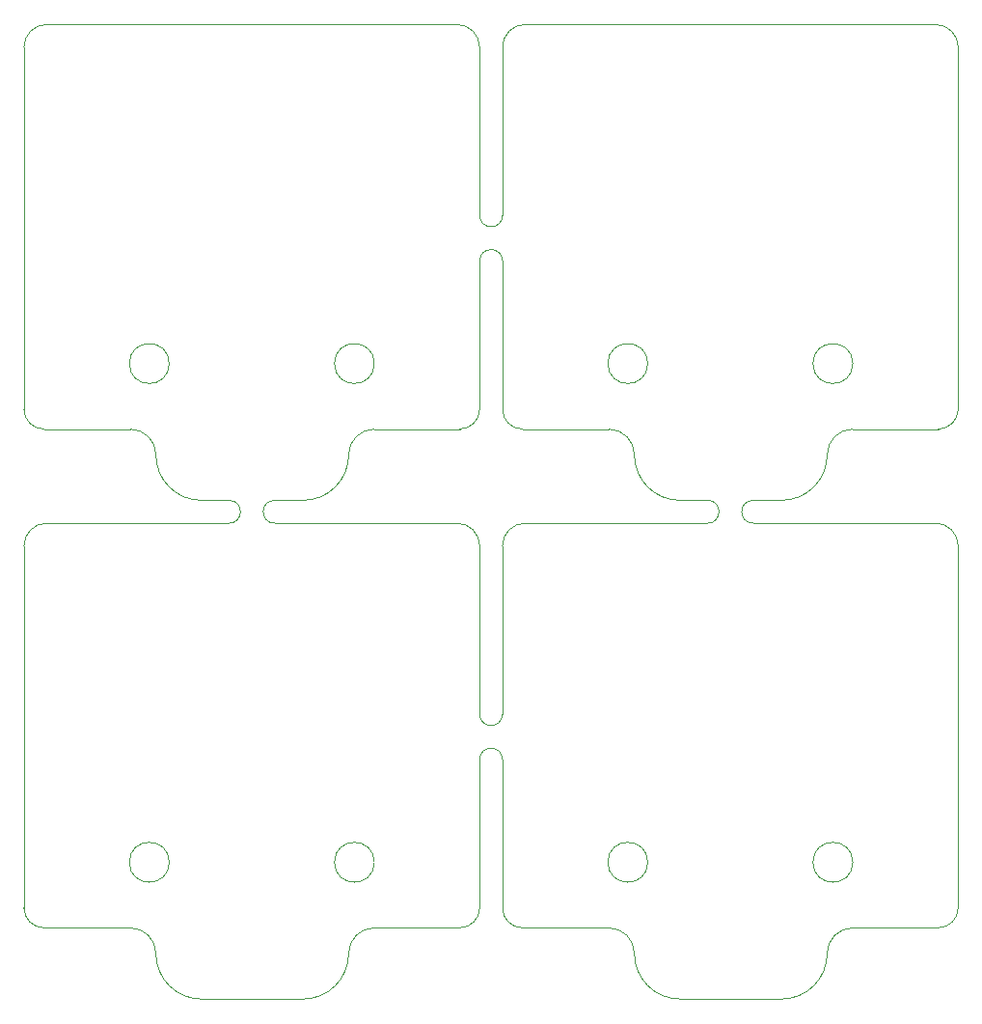
<source format=gbr>
%TF.GenerationSoftware,KiCad,Pcbnew,(7.0.0)*%
%TF.CreationDate,2024-02-06T19:59:14-06:00*%
%TF.ProjectId,Panel,50616e65-6c2e-46b6-9963-61645f706362,rev?*%
%TF.SameCoordinates,Original*%
%TF.FileFunction,Profile,NP*%
%FSLAX46Y46*%
G04 Gerber Fmt 4.6, Leading zero omitted, Abs format (unit mm)*
G04 Created by KiCad (PCBNEW (7.0.0)) date 2024-02-06 19:59:14*
%MOMM*%
%LPD*%
G01*
G04 APERTURE LIST*
%TA.AperFunction,Profile*%
%ADD10C,0.050000*%
%TD*%
%TA.AperFunction,Profile*%
%ADD11C,0.100000*%
%TD*%
G04 APERTURE END LIST*
D10*
X157500000Y-137500000D02*
X157500000Y-124500000D01*
X159500000Y-124500000D02*
X159500000Y-137500000D01*
X157499999Y-105767766D02*
X157500000Y-120500000D01*
X159500000Y-120500000D02*
X159500001Y-105767767D01*
X159500000Y-124500000D02*
G75*
G03*
X157500000Y-124500000I-1000000J0D01*
G01*
X157500000Y-120500000D02*
G75*
G03*
X159500000Y-120500000I1000000J0D01*
G01*
X139500000Y-103750000D02*
X155500000Y-103749922D01*
X135500000Y-103750000D02*
X119500000Y-103749922D01*
X135500000Y-101750000D02*
X133078427Y-101750000D01*
X139500000Y-101750000D02*
X141999999Y-101749999D01*
X135500000Y-103750000D02*
G75*
G03*
X135500000Y-101750000I0J1000000D01*
G01*
X139500000Y-101750000D02*
G75*
G03*
X139500000Y-103750000I0J-1000000D01*
G01*
X157500000Y-76750000D02*
X157499999Y-62017766D01*
X157500000Y-93750000D02*
X157500000Y-80750000D01*
X159500000Y-80750000D02*
X159500000Y-93750000D01*
X159500000Y-76750000D02*
X159500001Y-62017767D01*
X157500000Y-76750000D02*
G75*
G03*
X159500000Y-76750000I1000000J0D01*
G01*
X159500000Y-80750000D02*
G75*
G03*
X157500000Y-80750000I-1000000J0D01*
G01*
X181500000Y-103750000D02*
X197500000Y-103749922D01*
X177500000Y-103750000D02*
X161500000Y-103749922D01*
X177500000Y-101750000D02*
X175078427Y-101750000D01*
X181500000Y-101750000D02*
X183999999Y-101749999D01*
X177500000Y-103750000D02*
G75*
G03*
X177500000Y-101750000I0J1000000D01*
G01*
X181500000Y-101750000D02*
G75*
G03*
X181500000Y-103750000I0J-1000000D01*
G01*
X197750000Y-139250000D02*
G75*
G03*
X199500000Y-137500000I0J1750000D01*
G01*
X199499999Y-105767766D02*
G75*
G03*
X197500000Y-103749922I-1999999J17766D01*
G01*
X161500000Y-103749923D02*
G75*
G03*
X159500002Y-105767767I0J-2000077D01*
G01*
D11*
X171078400Y-141500000D02*
G75*
G03*
X168828427Y-139250000I-2250000J0D01*
G01*
X190250000Y-133500000D02*
G75*
G03*
X190250000Y-133500000I-1750000J0D01*
G01*
X183999999Y-145499999D02*
G75*
G03*
X187999999Y-141499999I1J3999999D01*
G01*
X159500000Y-137500000D02*
G75*
G03*
X161250000Y-139250000I1750000J0D01*
G01*
X175078427Y-145500000D02*
X179500000Y-145500000D01*
X168828427Y-139250000D02*
X161250000Y-139250000D01*
D10*
X199500000Y-137500000D02*
X199499999Y-105767766D01*
D11*
X190249999Y-139249999D02*
X197750000Y-139250000D01*
X190249999Y-139249999D02*
G75*
G03*
X187999999Y-141499999I1J-2250001D01*
G01*
X183999999Y-145499999D02*
X179500000Y-145500000D01*
X171078400Y-141500000D02*
G75*
G03*
X175078427Y-145500000I4000000J0D01*
G01*
X172250000Y-133500000D02*
G75*
G03*
X172250000Y-133500000I-1750000J0D01*
G01*
D10*
X155750000Y-139250000D02*
G75*
G03*
X157500000Y-137500000I0J1750000D01*
G01*
X157499999Y-105767766D02*
G75*
G03*
X155500000Y-103749922I-1999999J17766D01*
G01*
X119500000Y-103749923D02*
G75*
G03*
X117500002Y-105767767I0J-2000077D01*
G01*
D11*
X129078400Y-141500000D02*
G75*
G03*
X126828427Y-139250000I-2250000J0D01*
G01*
X148250000Y-133500000D02*
G75*
G03*
X148250000Y-133500000I-1750000J0D01*
G01*
X141999999Y-145499999D02*
G75*
G03*
X145999999Y-141499999I1J3999999D01*
G01*
X117500000Y-137500000D02*
G75*
G03*
X119250000Y-139250000I1750000J0D01*
G01*
X133078427Y-145500000D02*
X137500000Y-145500000D01*
X117500000Y-137500000D02*
X117500000Y-105767767D01*
X126828427Y-139250000D02*
X119250000Y-139250000D01*
X148249999Y-139249999D02*
X155750000Y-139250000D01*
X148249999Y-139249999D02*
G75*
G03*
X145999999Y-141499999I1J-2250001D01*
G01*
X141999999Y-145499999D02*
X137500000Y-145500000D01*
X129078400Y-141500000D02*
G75*
G03*
X133078427Y-145500000I4000000J0D01*
G01*
X130250000Y-133500000D02*
G75*
G03*
X130250000Y-133500000I-1750000J0D01*
G01*
D10*
X197750000Y-95500000D02*
G75*
G03*
X199500000Y-93750000I0J1750000D01*
G01*
X161500000Y-59999922D02*
X197500000Y-59999922D01*
X199499999Y-62017766D02*
G75*
G03*
X197500000Y-59999922I-1999999J17766D01*
G01*
X161500000Y-59999923D02*
G75*
G03*
X159500002Y-62017767I0J-2000077D01*
G01*
D11*
X171078400Y-97750000D02*
G75*
G03*
X168828427Y-95500000I-2250000J0D01*
G01*
X190250000Y-89750000D02*
G75*
G03*
X190250000Y-89750000I-1750000J0D01*
G01*
X183999999Y-101749999D02*
G75*
G03*
X187999999Y-97749999I1J3999999D01*
G01*
X159500000Y-93750000D02*
G75*
G03*
X161250000Y-95500000I1750000J0D01*
G01*
X168828427Y-95500000D02*
X161250000Y-95500000D01*
D10*
X199500000Y-93750000D02*
X199499999Y-62017766D01*
D11*
X190249999Y-95499999D02*
X197750000Y-95500000D01*
X190249999Y-95499999D02*
G75*
G03*
X187999999Y-97749999I1J-2250001D01*
G01*
X171078400Y-97750000D02*
G75*
G03*
X175078427Y-101750000I4000000J0D01*
G01*
X172250000Y-89750000D02*
G75*
G03*
X172250000Y-89750000I-1750000J0D01*
G01*
D10*
X155750000Y-95500000D02*
G75*
G03*
X157500000Y-93750000I0J1750000D01*
G01*
X119500000Y-59999923D02*
G75*
G03*
X117500002Y-62017767I0J-2000077D01*
G01*
X157499999Y-62017766D02*
G75*
G03*
X155500000Y-59999922I-1999999J17766D01*
G01*
X119500000Y-59999922D02*
X155500000Y-59999922D01*
D11*
X129078400Y-97750000D02*
G75*
G03*
X133078427Y-101750000I4000000J0D01*
G01*
X117500000Y-93750000D02*
X117500000Y-62017767D01*
X117500000Y-93750000D02*
G75*
G03*
X119250000Y-95500000I1750000J0D01*
G01*
X126828427Y-95500000D02*
X119250000Y-95500000D01*
X129078400Y-97750000D02*
G75*
G03*
X126828427Y-95500000I-2250000J0D01*
G01*
X141999999Y-101749999D02*
G75*
G03*
X145999999Y-97749999I1J3999999D01*
G01*
X148250000Y-89750000D02*
G75*
G03*
X148250000Y-89750000I-1750000J0D01*
G01*
X130250000Y-89750000D02*
G75*
G03*
X130250000Y-89750000I-1750000J0D01*
G01*
X148249999Y-95499999D02*
X155750000Y-95500000D01*
X148249999Y-95499999D02*
G75*
G03*
X145999999Y-97749999I1J-2250001D01*
G01*
M02*

</source>
